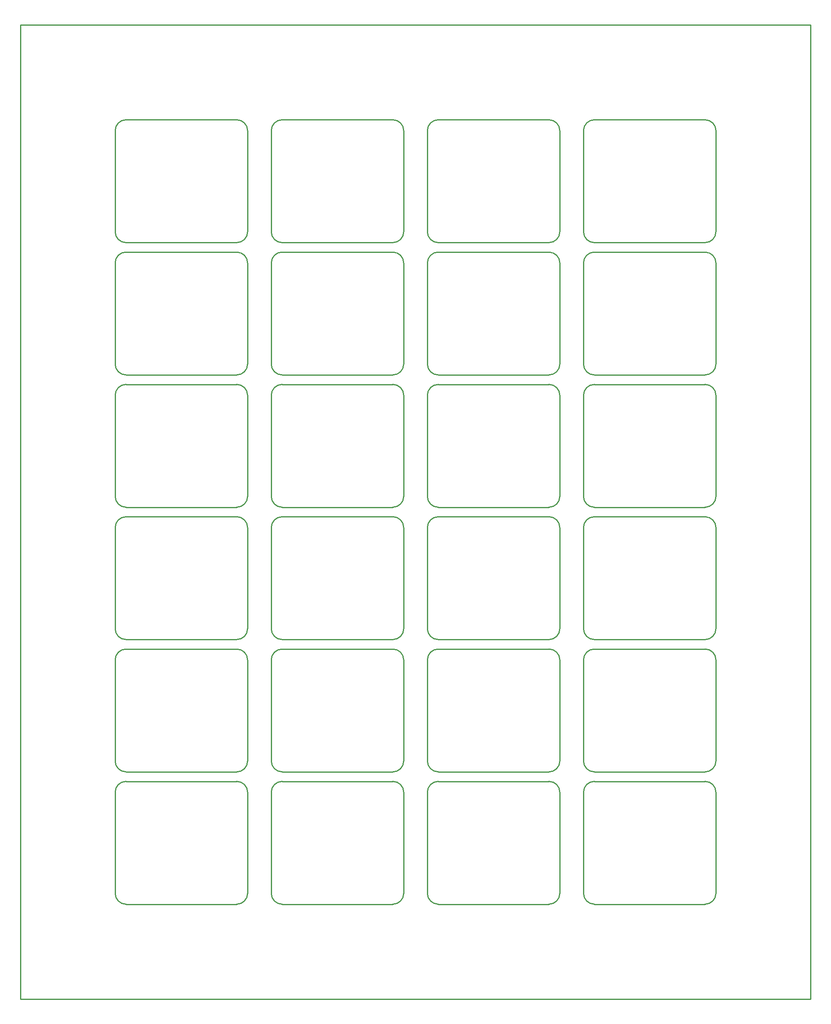
<source format=gko>
G04 Layer_Color=16711935*
%FSLAX25Y25*%
%MOIN*%
G70*
G01*
G75*
%ADD34C,0.01000*%
D34*
X0Y0D02*
Y808850D01*
X656535D01*
Y0D02*
Y808850D01*
X0Y0D02*
X656535D01*
X188740Y171740D02*
G03*
X179740Y180740I-9000J0D01*
G01*
X78740Y87740D02*
G03*
X87740Y78740I9000J0D01*
G01*
Y180740D02*
G03*
X78740Y171740I0J-9000D01*
G01*
X179740Y78740D02*
G03*
X188740Y87740I0J9000D01*
G01*
X87740Y180740D02*
X179740D01*
X188740Y87740D02*
Y171740D01*
X78740Y87740D02*
Y171740D01*
X87740Y78740D02*
X179740D01*
X318425Y171740D02*
G03*
X309425Y180740I-9000J0D01*
G01*
X208425Y87740D02*
G03*
X217425Y78740I9000J0D01*
G01*
Y180740D02*
G03*
X208425Y171740I0J-9000D01*
G01*
X309425Y78740D02*
G03*
X318425Y87740I0J9000D01*
G01*
X217425Y180740D02*
X309425D01*
X318425Y87740D02*
Y171740D01*
X208425Y87740D02*
Y171740D01*
X217425Y78740D02*
X309425D01*
X448110Y171740D02*
G03*
X439110Y180740I-9000J0D01*
G01*
X338110Y87740D02*
G03*
X347110Y78740I9000J0D01*
G01*
Y180740D02*
G03*
X338110Y171740I0J-9000D01*
G01*
X439110Y78740D02*
G03*
X448110Y87740I0J9000D01*
G01*
X347110Y180740D02*
X439110D01*
X448110Y87740D02*
Y171740D01*
X338110Y87740D02*
Y171740D01*
X347110Y78740D02*
X439110D01*
X577795Y171740D02*
G03*
X568795Y180740I-9000J0D01*
G01*
X467795Y87740D02*
G03*
X476795Y78740I9000J0D01*
G01*
Y180740D02*
G03*
X467795Y171740I0J-9000D01*
G01*
X568795Y78740D02*
G03*
X577795Y87740I0J9000D01*
G01*
X476795Y180740D02*
X568795D01*
X577795Y87740D02*
Y171740D01*
X467795Y87740D02*
Y171740D01*
X476795Y78740D02*
X568795D01*
X188740Y281614D02*
G03*
X179740Y290614I-9000J0D01*
G01*
X78740Y197614D02*
G03*
X87740Y188614I9000J0D01*
G01*
Y290614D02*
G03*
X78740Y281614I0J-9000D01*
G01*
X179740Y188614D02*
G03*
X188740Y197614I0J9000D01*
G01*
X87740Y290614D02*
X179740D01*
X188740Y197614D02*
Y281614D01*
X78740Y197614D02*
Y281614D01*
X87740Y188614D02*
X179740D01*
X318425Y281614D02*
G03*
X309425Y290614I-9000J0D01*
G01*
X208425Y197614D02*
G03*
X217425Y188614I9000J0D01*
G01*
Y290614D02*
G03*
X208425Y281614I0J-9000D01*
G01*
X309425Y188614D02*
G03*
X318425Y197614I0J9000D01*
G01*
X217425Y290614D02*
X309425D01*
X318425Y197614D02*
Y281614D01*
X208425Y197614D02*
Y281614D01*
X217425Y188614D02*
X309425D01*
X448110Y281614D02*
G03*
X439110Y290614I-9000J0D01*
G01*
X338110Y197614D02*
G03*
X347110Y188614I9000J0D01*
G01*
Y290614D02*
G03*
X338110Y281614I0J-9000D01*
G01*
X439110Y188614D02*
G03*
X448110Y197614I0J9000D01*
G01*
X347110Y290614D02*
X439110D01*
X448110Y197614D02*
Y281614D01*
X338110Y197614D02*
Y281614D01*
X347110Y188614D02*
X439110D01*
X577795Y281614D02*
G03*
X568795Y290614I-9000J0D01*
G01*
X467795Y197614D02*
G03*
X476795Y188614I9000J0D01*
G01*
Y290614D02*
G03*
X467795Y281614I0J-9000D01*
G01*
X568795Y188614D02*
G03*
X577795Y197614I0J9000D01*
G01*
X476795Y290614D02*
X568795D01*
X577795Y197614D02*
Y281614D01*
X467795Y197614D02*
Y281614D01*
X476795Y188614D02*
X568795D01*
X188740Y391488D02*
G03*
X179740Y400488I-9000J0D01*
G01*
X78740Y307488D02*
G03*
X87740Y298488I9000J0D01*
G01*
Y400488D02*
G03*
X78740Y391488I0J-9000D01*
G01*
X179740Y298488D02*
G03*
X188740Y307488I0J9000D01*
G01*
X87740Y400488D02*
X179740D01*
X188740Y307488D02*
Y391488D01*
X78740Y307488D02*
Y391488D01*
X87740Y298488D02*
X179740D01*
X318425Y391488D02*
G03*
X309425Y400488I-9000J0D01*
G01*
X208425Y307488D02*
G03*
X217425Y298488I9000J0D01*
G01*
Y400488D02*
G03*
X208425Y391488I0J-9000D01*
G01*
X309425Y298488D02*
G03*
X318425Y307488I0J9000D01*
G01*
X217425Y400488D02*
X309425D01*
X318425Y307488D02*
Y391488D01*
X208425Y307488D02*
Y391488D01*
X217425Y298488D02*
X309425D01*
X448110Y391488D02*
G03*
X439110Y400488I-9000J0D01*
G01*
X338110Y307488D02*
G03*
X347110Y298488I9000J0D01*
G01*
Y400488D02*
G03*
X338110Y391488I0J-9000D01*
G01*
X439110Y298488D02*
G03*
X448110Y307488I0J9000D01*
G01*
X347110Y400488D02*
X439110D01*
X448110Y307488D02*
Y391488D01*
X338110Y307488D02*
Y391488D01*
X347110Y298488D02*
X439110D01*
X577795Y391488D02*
G03*
X568795Y400488I-9000J0D01*
G01*
X467795Y307488D02*
G03*
X476795Y298488I9000J0D01*
G01*
Y400488D02*
G03*
X467795Y391488I0J-9000D01*
G01*
X568795Y298488D02*
G03*
X577795Y307488I0J9000D01*
G01*
X476795Y400488D02*
X568795D01*
X577795Y307488D02*
Y391488D01*
X467795Y307488D02*
Y391488D01*
X476795Y298488D02*
X568795D01*
X188740Y501362D02*
G03*
X179740Y510362I-9000J0D01*
G01*
X78740Y417362D02*
G03*
X87740Y408362I9000J0D01*
G01*
Y510362D02*
G03*
X78740Y501362I0J-9000D01*
G01*
X179740Y408362D02*
G03*
X188740Y417362I0J9000D01*
G01*
X87740Y510362D02*
X179740D01*
X188740Y417362D02*
Y501362D01*
X78740Y417362D02*
Y501362D01*
X87740Y408362D02*
X179740D01*
X318425Y501362D02*
G03*
X309425Y510362I-9000J0D01*
G01*
X208425Y417362D02*
G03*
X217425Y408362I9000J0D01*
G01*
Y510362D02*
G03*
X208425Y501362I0J-9000D01*
G01*
X309425Y408362D02*
G03*
X318425Y417362I0J9000D01*
G01*
X217425Y510362D02*
X309425D01*
X318425Y417362D02*
Y501362D01*
X208425Y417362D02*
Y501362D01*
X217425Y408362D02*
X309425D01*
X448110Y501362D02*
G03*
X439110Y510362I-9000J0D01*
G01*
X338110Y417362D02*
G03*
X347110Y408362I9000J0D01*
G01*
Y510362D02*
G03*
X338110Y501362I0J-9000D01*
G01*
X439110Y408362D02*
G03*
X448110Y417362I0J9000D01*
G01*
X347110Y510362D02*
X439110D01*
X448110Y417362D02*
Y501362D01*
X338110Y417362D02*
Y501362D01*
X347110Y408362D02*
X439110D01*
X577795Y501362D02*
G03*
X568795Y510362I-9000J0D01*
G01*
X467795Y417362D02*
G03*
X476795Y408362I9000J0D01*
G01*
Y510362D02*
G03*
X467795Y501362I0J-9000D01*
G01*
X568795Y408362D02*
G03*
X577795Y417362I0J9000D01*
G01*
X476795Y510362D02*
X568795D01*
X577795Y417362D02*
Y501362D01*
X467795Y417362D02*
Y501362D01*
X476795Y408362D02*
X568795D01*
X188740Y611236D02*
G03*
X179740Y620236I-9000J0D01*
G01*
X78740Y527236D02*
G03*
X87740Y518236I9000J0D01*
G01*
Y620236D02*
G03*
X78740Y611236I0J-9000D01*
G01*
X179740Y518236D02*
G03*
X188740Y527236I0J9000D01*
G01*
X87740Y620236D02*
X179740D01*
X188740Y527236D02*
Y611236D01*
X78740Y527236D02*
Y611236D01*
X87740Y518236D02*
X179740D01*
X318425Y611236D02*
G03*
X309425Y620236I-9000J0D01*
G01*
X208425Y527236D02*
G03*
X217425Y518236I9000J0D01*
G01*
Y620236D02*
G03*
X208425Y611236I0J-9000D01*
G01*
X309425Y518236D02*
G03*
X318425Y527236I0J9000D01*
G01*
X217425Y620236D02*
X309425D01*
X318425Y527236D02*
Y611236D01*
X208425Y527236D02*
Y611236D01*
X217425Y518236D02*
X309425D01*
X448110Y611236D02*
G03*
X439110Y620236I-9000J0D01*
G01*
X338110Y527236D02*
G03*
X347110Y518236I9000J0D01*
G01*
Y620236D02*
G03*
X338110Y611236I0J-9000D01*
G01*
X439110Y518236D02*
G03*
X448110Y527236I0J9000D01*
G01*
X347110Y620236D02*
X439110D01*
X448110Y527236D02*
Y611236D01*
X338110Y527236D02*
Y611236D01*
X347110Y518236D02*
X439110D01*
X577795Y611236D02*
G03*
X568795Y620236I-9000J0D01*
G01*
X467795Y527236D02*
G03*
X476795Y518236I9000J0D01*
G01*
Y620236D02*
G03*
X467795Y611236I0J-9000D01*
G01*
X568795Y518236D02*
G03*
X577795Y527236I0J9000D01*
G01*
X476795Y620236D02*
X568795D01*
X577795Y527236D02*
Y611236D01*
X467795Y527236D02*
Y611236D01*
X476795Y518236D02*
X568795D01*
X188740Y721110D02*
G03*
X179740Y730110I-9000J0D01*
G01*
X78740Y637110D02*
G03*
X87740Y628110I9000J0D01*
G01*
Y730110D02*
G03*
X78740Y721110I0J-9000D01*
G01*
X179740Y628110D02*
G03*
X188740Y637110I0J9000D01*
G01*
X87740Y730110D02*
X179740D01*
X188740Y637110D02*
Y721110D01*
X78740Y637110D02*
Y721110D01*
X87740Y628110D02*
X179740D01*
X318425Y721110D02*
G03*
X309425Y730110I-9000J0D01*
G01*
X208425Y637110D02*
G03*
X217425Y628110I9000J0D01*
G01*
Y730110D02*
G03*
X208425Y721110I0J-9000D01*
G01*
X309425Y628110D02*
G03*
X318425Y637110I0J9000D01*
G01*
X217425Y730110D02*
X309425D01*
X318425Y637110D02*
Y721110D01*
X208425Y637110D02*
Y721110D01*
X217425Y628110D02*
X309425D01*
X448110Y721110D02*
G03*
X439110Y730110I-9000J0D01*
G01*
X338110Y637110D02*
G03*
X347110Y628110I9000J0D01*
G01*
Y730110D02*
G03*
X338110Y721110I0J-9000D01*
G01*
X439110Y628110D02*
G03*
X448110Y637110I0J9000D01*
G01*
X347110Y730110D02*
X439110D01*
X448110Y637110D02*
Y721110D01*
X338110Y637110D02*
Y721110D01*
X347110Y628110D02*
X439110D01*
X577795Y721110D02*
G03*
X568795Y730110I-9000J0D01*
G01*
X467795Y637110D02*
G03*
X476795Y628110I9000J0D01*
G01*
Y730110D02*
G03*
X467795Y721110I0J-9000D01*
G01*
X568795Y628110D02*
G03*
X577795Y637110I0J9000D01*
G01*
X476795Y730110D02*
X568795D01*
X577795Y637110D02*
Y721110D01*
X467795Y637110D02*
Y721110D01*
X476795Y628110D02*
X568795D01*
M02*

</source>
